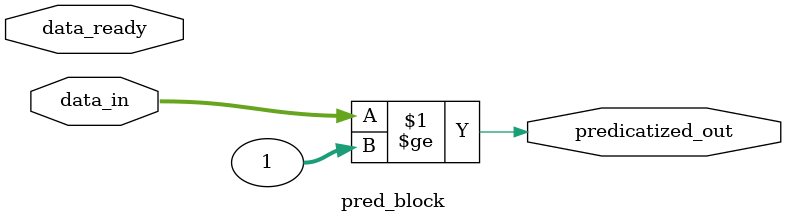
<source format=v>
`timescale 1ns / 1ps

//THRESHOLD BETWEEN 0~4096
//DUE TO ADC CHARACTERISTICS
module pred_block #(parameter THRESHOLD = 1)(
    input data_ready,
    input [11:0] data_in,
    output predicatized_out
    );
    
    assign predicatized_out = (data_in >= THRESHOLD);
    
endmodule

</source>
